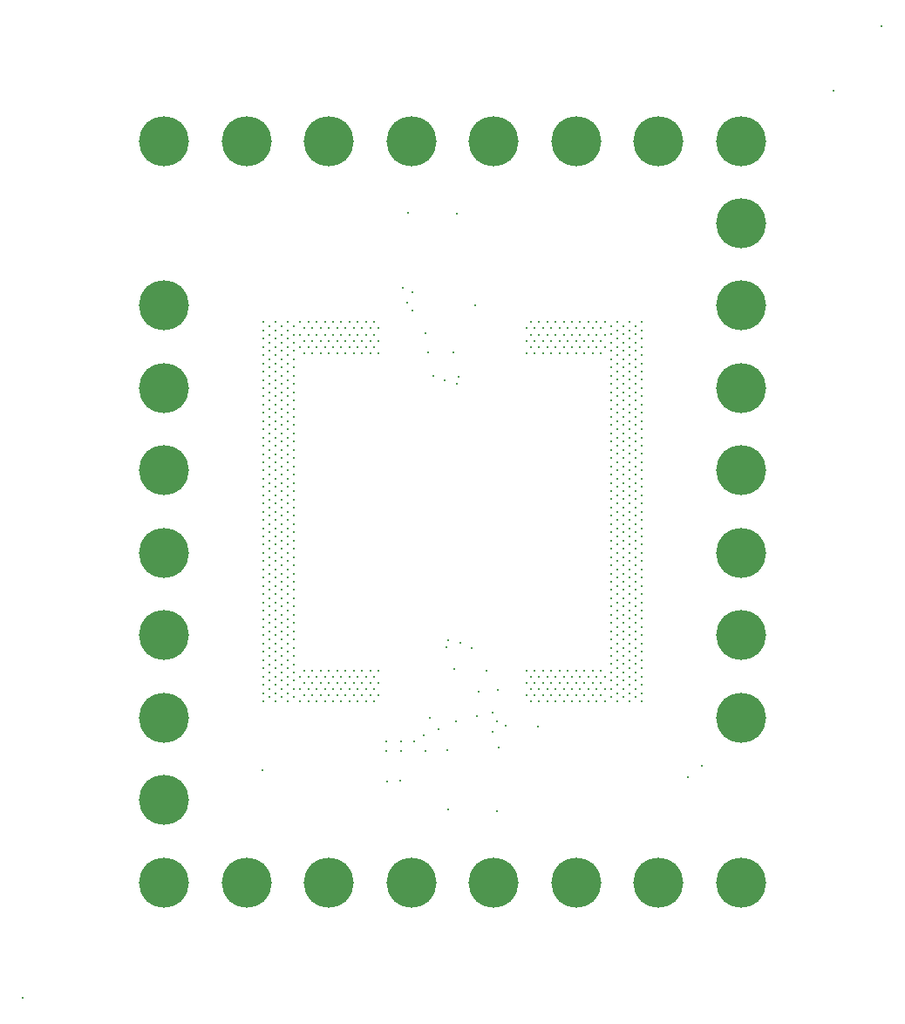
<source format=gbr>
%TF.GenerationSoftware,Altium Limited,Altium Designer,23.9.2 (47)*%
G04 Layer_Color=0*
%FSLAX25Y25*%
%MOIN*%
%TF.SameCoordinates,C1B3935E-4126-4279-B8D9-91AEC20F268D*%
%TF.FilePolarity,Positive*%
%TF.FileFunction,Plated,1,2,PTH,Drill*%
%TF.Part,Single*%
G01*
G75*
%TA.AperFunction,ComponentDrill*%
%ADD71C,0.19095*%
%ADD72C,0.19095*%
%TA.AperFunction,ViaDrill,NotFilled*%
%ADD73C,0.01181*%
D71*
X-90551Y98425D02*
D03*
X129921Y-59055D02*
D03*
X-90551Y161417D02*
D03*
X129921Y129921D02*
D03*
Y35433D02*
D03*
Y3937D02*
D03*
Y-27559D02*
D03*
Y98425D02*
D03*
Y66929D02*
D03*
X-90551Y-122047D02*
D03*
Y-90551D02*
D03*
Y-59055D02*
D03*
Y-27559D02*
D03*
Y3937D02*
D03*
Y35433D02*
D03*
Y66929D02*
D03*
D72*
X129921Y-122047D02*
D03*
X35433D02*
D03*
X3937D02*
D03*
X-59055D02*
D03*
X-27559D02*
D03*
X98425D02*
D03*
X66929D02*
D03*
X129921Y161417D02*
D03*
X35433D02*
D03*
X3937D02*
D03*
X-59055D02*
D03*
X-27559D02*
D03*
X98425D02*
D03*
X66929D02*
D03*
D73*
X37402Y-70472D02*
D03*
X114961Y-77559D02*
D03*
X29134Y-58268D02*
D03*
X-52756Y-52756D02*
D03*
Y-49606D02*
D03*
X-50394Y-51181D02*
D03*
X-52756Y-46457D02*
D03*
X-50394Y-48031D02*
D03*
Y-44882D02*
D03*
X-52756Y-43307D02*
D03*
Y-40157D02*
D03*
X-50394Y-41732D02*
D03*
X-52756Y-37008D02*
D03*
X-50394Y-38583D02*
D03*
Y-35433D02*
D03*
X-52756Y-33858D02*
D03*
Y-30709D02*
D03*
X-50394Y-32283D02*
D03*
X-52756Y-27559D02*
D03*
X-50394Y-29134D02*
D03*
Y-25984D02*
D03*
X-52756Y-24409D02*
D03*
Y-21260D02*
D03*
X-50394Y-22835D02*
D03*
X-52756Y-18110D02*
D03*
X-50394Y-19685D02*
D03*
Y-16535D02*
D03*
X-52756Y-14961D02*
D03*
Y-11811D02*
D03*
X-50394Y-13386D02*
D03*
X-52756Y-8661D02*
D03*
X-50394Y-10236D02*
D03*
Y-7087D02*
D03*
X-52756Y-5512D02*
D03*
Y-2362D02*
D03*
X-50394Y-3937D02*
D03*
X-52756Y787D02*
D03*
X-50394Y-787D02*
D03*
Y2362D02*
D03*
X-52756Y3937D02*
D03*
Y7087D02*
D03*
X-50394Y5512D02*
D03*
X-52756Y10236D02*
D03*
X-50394Y8661D02*
D03*
Y11811D02*
D03*
X-52756Y13386D02*
D03*
Y16535D02*
D03*
X-50394Y14961D02*
D03*
X-52756Y19685D02*
D03*
X-50394Y18110D02*
D03*
Y21260D02*
D03*
X-52756Y22835D02*
D03*
Y25984D02*
D03*
X-50394Y24409D02*
D03*
X-52756Y29134D02*
D03*
X-50394Y27559D02*
D03*
Y30709D02*
D03*
X-52756Y32283D02*
D03*
Y35433D02*
D03*
X-50394Y33858D02*
D03*
X-52756Y38583D02*
D03*
X-50394Y37008D02*
D03*
Y40157D02*
D03*
X-52756Y41732D02*
D03*
Y44882D02*
D03*
X-50394Y43307D02*
D03*
X-52756Y48031D02*
D03*
X-50394Y46457D02*
D03*
Y49606D02*
D03*
X-52756Y51181D02*
D03*
Y54331D02*
D03*
X-50394Y52756D02*
D03*
X-52756Y57480D02*
D03*
X-50394Y55905D02*
D03*
Y59055D02*
D03*
X-52756Y60630D02*
D03*
Y63779D02*
D03*
X-50394Y62205D02*
D03*
X-52756Y66929D02*
D03*
X-50394Y65354D02*
D03*
Y68504D02*
D03*
X-52756Y70079D02*
D03*
Y73228D02*
D03*
X-50394Y71653D02*
D03*
X-52756Y76378D02*
D03*
X-50394Y74803D02*
D03*
Y77953D02*
D03*
X-52756Y79527D02*
D03*
Y82677D02*
D03*
X-50394Y81102D02*
D03*
X-52756Y85827D02*
D03*
X-50394Y84252D02*
D03*
Y87402D02*
D03*
X-52756Y88976D02*
D03*
Y92126D02*
D03*
X-50394Y90551D02*
D03*
X-48031Y-52756D02*
D03*
Y-49606D02*
D03*
X-45669Y-51181D02*
D03*
X-48031Y-46457D02*
D03*
X-45669Y-48031D02*
D03*
Y-44882D02*
D03*
X-48031Y-43307D02*
D03*
Y-40157D02*
D03*
X-45669Y-41732D02*
D03*
X-48031Y-37008D02*
D03*
X-45669Y-38583D02*
D03*
Y-35433D02*
D03*
X-48031Y-33858D02*
D03*
Y-30709D02*
D03*
X-45669Y-32283D02*
D03*
X-48031Y-27559D02*
D03*
X-45669Y-29134D02*
D03*
Y-25984D02*
D03*
X-48031Y-24409D02*
D03*
Y-21260D02*
D03*
X-45669Y-22835D02*
D03*
X-48031Y-18110D02*
D03*
X-45669Y-19685D02*
D03*
Y-16535D02*
D03*
X-48031Y-14961D02*
D03*
Y-11811D02*
D03*
X-45669Y-13386D02*
D03*
X-48031Y-8661D02*
D03*
X-45669Y-10236D02*
D03*
Y-7087D02*
D03*
X-48031Y-5512D02*
D03*
Y-2362D02*
D03*
X-45669Y-3937D02*
D03*
X-48031Y787D02*
D03*
X-45669Y-787D02*
D03*
Y2362D02*
D03*
X-48031Y3937D02*
D03*
Y7087D02*
D03*
X-45669Y5512D02*
D03*
X-48031Y10236D02*
D03*
X-45669Y8661D02*
D03*
Y11811D02*
D03*
X-48031Y13386D02*
D03*
Y16535D02*
D03*
X-45669Y14961D02*
D03*
X-48031Y19685D02*
D03*
X-45669Y18110D02*
D03*
Y21260D02*
D03*
X-48031Y22835D02*
D03*
Y25984D02*
D03*
X-45669Y24409D02*
D03*
X-48031Y29134D02*
D03*
X-45669Y27559D02*
D03*
Y30709D02*
D03*
X-48031Y32283D02*
D03*
Y35433D02*
D03*
X-45669Y33858D02*
D03*
X-48031Y38583D02*
D03*
X-45669Y37008D02*
D03*
Y40157D02*
D03*
X-48031Y41732D02*
D03*
Y44882D02*
D03*
X-45669Y43307D02*
D03*
X-48031Y48031D02*
D03*
X-45669Y46457D02*
D03*
Y49606D02*
D03*
X-48031Y51181D02*
D03*
Y54331D02*
D03*
X-45669Y52756D02*
D03*
X-48031Y57480D02*
D03*
X-45669Y55905D02*
D03*
Y59055D02*
D03*
X-48031Y60630D02*
D03*
Y63779D02*
D03*
X-45669Y62205D02*
D03*
X-48031Y66929D02*
D03*
X-45669Y65354D02*
D03*
Y68504D02*
D03*
X-48031Y70079D02*
D03*
Y73228D02*
D03*
X-45669Y71653D02*
D03*
X-48031Y76378D02*
D03*
X-45669Y74803D02*
D03*
Y77953D02*
D03*
X-48031Y79527D02*
D03*
Y82677D02*
D03*
X-45669Y81102D02*
D03*
X-48031Y85827D02*
D03*
X-45669Y84252D02*
D03*
Y87402D02*
D03*
X-48031Y88976D02*
D03*
Y92126D02*
D03*
X-45669Y90551D02*
D03*
X-43307Y-52756D02*
D03*
Y-49606D02*
D03*
X-40945Y-51181D02*
D03*
X-43307Y-46457D02*
D03*
X-40945Y-48031D02*
D03*
Y-44882D02*
D03*
X-43307Y-43307D02*
D03*
Y-40157D02*
D03*
X-40945Y-41732D02*
D03*
X-43307Y-37008D02*
D03*
X-40945Y-38583D02*
D03*
Y-35433D02*
D03*
X-43307Y-33858D02*
D03*
Y-30709D02*
D03*
X-40945Y-32283D02*
D03*
X-43307Y-27559D02*
D03*
X-40945Y-29134D02*
D03*
Y-25984D02*
D03*
X-43307Y-24409D02*
D03*
Y-21260D02*
D03*
X-40945Y-22835D02*
D03*
X-43307Y-18110D02*
D03*
X-40945Y-19685D02*
D03*
Y-16535D02*
D03*
X-43307Y-14961D02*
D03*
Y-11811D02*
D03*
X-40945Y-13386D02*
D03*
X-43307Y-8661D02*
D03*
X-40945Y-10236D02*
D03*
Y-7087D02*
D03*
X-43307Y-5512D02*
D03*
Y-2362D02*
D03*
X-40945Y-3937D02*
D03*
X-43307Y787D02*
D03*
X-40945Y-787D02*
D03*
Y2362D02*
D03*
X-43307Y3937D02*
D03*
Y7087D02*
D03*
X-40945Y5512D02*
D03*
X-43307Y10236D02*
D03*
X-40945Y8661D02*
D03*
Y11811D02*
D03*
X-43307Y13386D02*
D03*
Y16535D02*
D03*
X-40945Y14961D02*
D03*
X-43307Y19685D02*
D03*
X-40945Y18110D02*
D03*
Y21260D02*
D03*
X-43307Y22835D02*
D03*
Y25984D02*
D03*
X-40945Y24409D02*
D03*
X-43307Y29134D02*
D03*
X-40945Y27559D02*
D03*
Y30709D02*
D03*
X-43307Y32283D02*
D03*
Y35433D02*
D03*
X-40945Y33858D02*
D03*
X-43307Y38583D02*
D03*
X-40945Y37008D02*
D03*
Y40157D02*
D03*
X-43307Y41732D02*
D03*
Y44882D02*
D03*
X-40945Y43307D02*
D03*
X-43307Y48031D02*
D03*
X-40945Y46457D02*
D03*
Y49606D02*
D03*
X-43307Y51181D02*
D03*
Y54331D02*
D03*
X-40945Y52756D02*
D03*
X-43307Y57480D02*
D03*
X-40945Y55905D02*
D03*
Y59055D02*
D03*
X-43307Y60630D02*
D03*
Y63779D02*
D03*
X-40945Y62205D02*
D03*
X-43307Y66929D02*
D03*
X-40945Y65354D02*
D03*
Y68504D02*
D03*
X-43307Y70079D02*
D03*
Y73228D02*
D03*
X-40945Y71653D02*
D03*
X-43307Y76378D02*
D03*
X-40945Y74803D02*
D03*
Y77953D02*
D03*
X-43307Y79527D02*
D03*
Y82677D02*
D03*
X-40945Y81102D02*
D03*
X-43307Y85827D02*
D03*
X-40945Y84252D02*
D03*
Y87402D02*
D03*
X-43307Y88976D02*
D03*
Y92126D02*
D03*
X-40945Y90551D02*
D03*
X92174Y92148D02*
D03*
Y88998D02*
D03*
X89812Y90573D02*
D03*
X92174Y85849D02*
D03*
X89812Y87423D02*
D03*
Y84274D02*
D03*
X92174Y82699D02*
D03*
Y79549D02*
D03*
X89812Y81124D02*
D03*
X92174Y76400D02*
D03*
X89812Y77974D02*
D03*
Y74825D02*
D03*
X92174Y73250D02*
D03*
Y70100D02*
D03*
X89812Y71675D02*
D03*
X92174Y66951D02*
D03*
X89812Y68526D02*
D03*
Y65376D02*
D03*
X92174Y63801D02*
D03*
Y60652D02*
D03*
X89812Y62226D02*
D03*
X92174Y57502D02*
D03*
X89812Y59077D02*
D03*
Y55927D02*
D03*
X92174Y54352D02*
D03*
Y51203D02*
D03*
X89812Y52778D02*
D03*
X92174Y48053D02*
D03*
X89812Y49628D02*
D03*
Y46479D02*
D03*
X92174Y44904D02*
D03*
Y41754D02*
D03*
X89812Y43329D02*
D03*
X92174Y38605D02*
D03*
X89812Y40179D02*
D03*
Y37030D02*
D03*
X92174Y35455D02*
D03*
Y32305D02*
D03*
X89812Y33880D02*
D03*
X92174Y29156D02*
D03*
X89812Y30731D02*
D03*
Y27581D02*
D03*
X92174Y26006D02*
D03*
Y22857D02*
D03*
X89812Y24431D02*
D03*
X92174Y19707D02*
D03*
X89812Y21282D02*
D03*
Y18132D02*
D03*
X92174Y16557D02*
D03*
Y13408D02*
D03*
X89812Y14982D02*
D03*
X92174Y10258D02*
D03*
X89812Y11833D02*
D03*
Y8683D02*
D03*
X92174Y7108D02*
D03*
Y3959D02*
D03*
X89812Y5534D02*
D03*
X92174Y809D02*
D03*
X89812Y2384D02*
D03*
Y-766D02*
D03*
X92174Y-2340D02*
D03*
Y-5490D02*
D03*
X89812Y-3915D02*
D03*
X92174Y-8640D02*
D03*
X89812Y-7065D02*
D03*
Y-10214D02*
D03*
X92174Y-11789D02*
D03*
Y-14939D02*
D03*
X89812Y-13364D02*
D03*
X92174Y-18088D02*
D03*
X89812Y-16514D02*
D03*
Y-19663D02*
D03*
X92174Y-21238D02*
D03*
Y-24388D02*
D03*
X89812Y-22813D02*
D03*
X92174Y-27537D02*
D03*
X89812Y-25962D02*
D03*
Y-29112D02*
D03*
X92174Y-30687D02*
D03*
Y-33836D02*
D03*
X89812Y-32262D02*
D03*
X92174Y-36986D02*
D03*
X89812Y-35411D02*
D03*
Y-38561D02*
D03*
X92174Y-40136D02*
D03*
Y-43285D02*
D03*
X89812Y-41710D02*
D03*
X92174Y-46435D02*
D03*
X89812Y-44860D02*
D03*
Y-48010D02*
D03*
X92174Y-49584D02*
D03*
Y-52734D02*
D03*
X89812Y-51159D02*
D03*
X87450Y92148D02*
D03*
Y88998D02*
D03*
X85087Y90573D02*
D03*
X87450Y85849D02*
D03*
X85087Y87423D02*
D03*
Y84274D02*
D03*
X87450Y82699D02*
D03*
Y79549D02*
D03*
X85087Y81124D02*
D03*
X87450Y76400D02*
D03*
X85087Y77974D02*
D03*
Y74825D02*
D03*
X87450Y73250D02*
D03*
Y70100D02*
D03*
X85087Y71675D02*
D03*
X87450Y66951D02*
D03*
X85087Y68526D02*
D03*
Y65376D02*
D03*
X87450Y63801D02*
D03*
Y60652D02*
D03*
X85087Y62226D02*
D03*
X87450Y57502D02*
D03*
X85087Y59077D02*
D03*
Y55927D02*
D03*
X87450Y54352D02*
D03*
Y51203D02*
D03*
X85087Y52778D02*
D03*
X87450Y48053D02*
D03*
X85087Y49628D02*
D03*
Y46479D02*
D03*
X87450Y44904D02*
D03*
Y41754D02*
D03*
X85087Y43329D02*
D03*
X87450Y38605D02*
D03*
X85087Y40179D02*
D03*
Y37030D02*
D03*
X87450Y35455D02*
D03*
Y32305D02*
D03*
X85087Y33880D02*
D03*
X87450Y29156D02*
D03*
X85087Y30731D02*
D03*
Y27581D02*
D03*
X87450Y26006D02*
D03*
Y22857D02*
D03*
X85087Y24431D02*
D03*
X87450Y19707D02*
D03*
X85087Y21282D02*
D03*
Y18132D02*
D03*
X87450Y16557D02*
D03*
Y13408D02*
D03*
X85087Y14982D02*
D03*
X87450Y10258D02*
D03*
X85087Y11833D02*
D03*
Y8683D02*
D03*
X87450Y7108D02*
D03*
Y3959D02*
D03*
X85087Y5534D02*
D03*
X87450Y809D02*
D03*
X85087Y2384D02*
D03*
Y-766D02*
D03*
X87450Y-2340D02*
D03*
Y-5490D02*
D03*
X85087Y-3915D02*
D03*
X87450Y-8640D02*
D03*
X85087Y-7065D02*
D03*
Y-10214D02*
D03*
X87450Y-11789D02*
D03*
Y-14939D02*
D03*
X85087Y-13364D02*
D03*
X87450Y-18088D02*
D03*
X85087Y-16514D02*
D03*
Y-19663D02*
D03*
X87450Y-21238D02*
D03*
Y-24388D02*
D03*
X85087Y-22813D02*
D03*
X87450Y-27537D02*
D03*
X85087Y-25962D02*
D03*
Y-29112D02*
D03*
X87450Y-30687D02*
D03*
Y-33836D02*
D03*
X85087Y-32262D02*
D03*
X87450Y-36986D02*
D03*
X85087Y-35411D02*
D03*
Y-38561D02*
D03*
X87450Y-40136D02*
D03*
Y-43285D02*
D03*
X85087Y-41710D02*
D03*
X87450Y-46435D02*
D03*
X85087Y-44860D02*
D03*
Y-48010D02*
D03*
X87450Y-49584D02*
D03*
Y-52734D02*
D03*
X85087Y-51159D02*
D03*
X82725Y92148D02*
D03*
Y88998D02*
D03*
X80363Y90573D02*
D03*
X82725Y85849D02*
D03*
X80363Y87423D02*
D03*
Y84274D02*
D03*
X82725Y82699D02*
D03*
Y79549D02*
D03*
X80363Y81124D02*
D03*
X82725Y76400D02*
D03*
X80363Y77974D02*
D03*
Y74825D02*
D03*
X82725Y73250D02*
D03*
Y70100D02*
D03*
X80363Y71675D02*
D03*
X82725Y66951D02*
D03*
X80363Y68526D02*
D03*
Y65376D02*
D03*
X82725Y63801D02*
D03*
Y60652D02*
D03*
X80363Y62226D02*
D03*
X82725Y57502D02*
D03*
X80363Y59077D02*
D03*
Y55927D02*
D03*
X82725Y54352D02*
D03*
Y51203D02*
D03*
X80363Y52778D02*
D03*
X82725Y48053D02*
D03*
X80363Y49628D02*
D03*
Y46479D02*
D03*
X82725Y44904D02*
D03*
Y41754D02*
D03*
X80363Y43329D02*
D03*
X82725Y38605D02*
D03*
X80363Y40179D02*
D03*
Y37030D02*
D03*
X82725Y35455D02*
D03*
Y32305D02*
D03*
X80363Y33880D02*
D03*
X82725Y29156D02*
D03*
X80363Y30731D02*
D03*
Y27581D02*
D03*
X82725Y26006D02*
D03*
Y22857D02*
D03*
X80363Y24431D02*
D03*
X82725Y19707D02*
D03*
X80363Y21282D02*
D03*
Y18132D02*
D03*
X82725Y16557D02*
D03*
Y13408D02*
D03*
X80363Y14982D02*
D03*
X82725Y10258D02*
D03*
X80363Y11833D02*
D03*
Y8683D02*
D03*
X82725Y7108D02*
D03*
Y3959D02*
D03*
X80363Y5534D02*
D03*
X82725Y809D02*
D03*
X80363Y2384D02*
D03*
Y-766D02*
D03*
X82725Y-2340D02*
D03*
Y-5490D02*
D03*
X80363Y-3915D02*
D03*
X82725Y-8640D02*
D03*
X80363Y-7065D02*
D03*
Y-10214D02*
D03*
X82725Y-11789D02*
D03*
Y-14939D02*
D03*
X80363Y-13364D02*
D03*
X82725Y-18088D02*
D03*
X80363Y-16514D02*
D03*
Y-19663D02*
D03*
X82725Y-21238D02*
D03*
Y-24388D02*
D03*
X80363Y-22813D02*
D03*
X82725Y-27537D02*
D03*
X80363Y-25962D02*
D03*
Y-29112D02*
D03*
X82725Y-30687D02*
D03*
Y-33836D02*
D03*
X80363Y-32262D02*
D03*
X82725Y-36986D02*
D03*
X80363Y-35411D02*
D03*
Y-38561D02*
D03*
X82725Y-40136D02*
D03*
Y-43285D02*
D03*
X80363Y-41710D02*
D03*
X82725Y-46435D02*
D03*
X80363Y-44860D02*
D03*
Y-48010D02*
D03*
X82725Y-49584D02*
D03*
Y-52734D02*
D03*
X80363Y-51159D02*
D03*
X-37008Y-40945D02*
D03*
X-38583Y-43307D02*
D03*
X-35433D02*
D03*
X-33858Y-40945D02*
D03*
X-30709D02*
D03*
X-32283Y-43307D02*
D03*
X-27559Y-40945D02*
D03*
X-29134Y-43307D02*
D03*
X-25984D02*
D03*
X-24409Y-40945D02*
D03*
X-21260D02*
D03*
X-22835Y-43307D02*
D03*
X-18110Y-40945D02*
D03*
X-19685Y-43307D02*
D03*
X-16535D02*
D03*
X-14961Y-40945D02*
D03*
X-11811D02*
D03*
X-13386Y-43307D02*
D03*
X-8661Y-40945D02*
D03*
X-10236Y-43307D02*
D03*
X48031Y-40945D02*
D03*
X49606Y-43307D02*
D03*
X51181Y-40945D02*
D03*
X54331D02*
D03*
X52756Y-43307D02*
D03*
X57480Y-40945D02*
D03*
X55905Y-43307D02*
D03*
X59055D02*
D03*
X60630Y-40945D02*
D03*
X63779D02*
D03*
X62205Y-43307D02*
D03*
X66929Y-40945D02*
D03*
X65354Y-43307D02*
D03*
X68504D02*
D03*
X70079Y-40945D02*
D03*
X73228D02*
D03*
X71653Y-43307D02*
D03*
X76378Y-40945D02*
D03*
X74803Y-43307D02*
D03*
X77953D02*
D03*
X-37008Y-45669D02*
D03*
X-38583Y-48031D02*
D03*
X-35433D02*
D03*
X-33858Y-45669D02*
D03*
X-30709D02*
D03*
X-32283Y-48031D02*
D03*
X-27559Y-45669D02*
D03*
X-29134Y-48031D02*
D03*
X-25984D02*
D03*
X-24409Y-45669D02*
D03*
X-21260D02*
D03*
X-22835Y-48031D02*
D03*
X-18110Y-45669D02*
D03*
X-19685Y-48031D02*
D03*
X-16535D02*
D03*
X-14961Y-45669D02*
D03*
X-11811D02*
D03*
X-13386Y-48031D02*
D03*
X-8661Y-45669D02*
D03*
X-10236Y-48031D02*
D03*
X48031Y-45669D02*
D03*
X49606Y-48031D02*
D03*
X51181Y-45669D02*
D03*
X54331D02*
D03*
X52756Y-48031D02*
D03*
X57480Y-45669D02*
D03*
X55905Y-48031D02*
D03*
X59055D02*
D03*
X60630Y-45669D02*
D03*
X63779D02*
D03*
X62205Y-48031D02*
D03*
X66929Y-45669D02*
D03*
X65354Y-48031D02*
D03*
X68504D02*
D03*
X70079Y-45669D02*
D03*
X73228D02*
D03*
X71653Y-48031D02*
D03*
X76378Y-45669D02*
D03*
X74803Y-48031D02*
D03*
X77953D02*
D03*
X-37008Y-50394D02*
D03*
X-38583Y-52756D02*
D03*
X-35433D02*
D03*
X-33858Y-50394D02*
D03*
X-30709D02*
D03*
X-32283Y-52756D02*
D03*
X-27559Y-50394D02*
D03*
X-29134Y-52756D02*
D03*
X-25984D02*
D03*
X-24409Y-50394D02*
D03*
X-21260D02*
D03*
X-22835Y-52756D02*
D03*
X-18110Y-50394D02*
D03*
X-19685Y-52756D02*
D03*
X-16535D02*
D03*
X-14961Y-50394D02*
D03*
X-11811D02*
D03*
X-13386Y-52756D02*
D03*
X-8661Y-50394D02*
D03*
X-10236Y-52756D02*
D03*
X48031Y-50394D02*
D03*
X49606Y-52756D02*
D03*
X51181Y-50394D02*
D03*
X54331D02*
D03*
X52756Y-52756D02*
D03*
X57480Y-50394D02*
D03*
X55905Y-52756D02*
D03*
X59055D02*
D03*
X60630Y-50394D02*
D03*
X63779D02*
D03*
X62205Y-52756D02*
D03*
X66929Y-50394D02*
D03*
X65354Y-52756D02*
D03*
X68504D02*
D03*
X70079Y-50394D02*
D03*
X73228D02*
D03*
X71653Y-52756D02*
D03*
X76378Y-50394D02*
D03*
X74803Y-52756D02*
D03*
X77953D02*
D03*
X76378Y80315D02*
D03*
X77953Y82677D02*
D03*
X74803D02*
D03*
X73228Y80315D02*
D03*
X70079D02*
D03*
X71653Y82677D02*
D03*
X66929Y80315D02*
D03*
X68504Y82677D02*
D03*
X65354D02*
D03*
X63779Y80315D02*
D03*
X60630D02*
D03*
X62205Y82677D02*
D03*
X57480Y80315D02*
D03*
X59055Y82677D02*
D03*
X55905D02*
D03*
X54331Y80315D02*
D03*
X51181D02*
D03*
X52756Y82677D02*
D03*
X48031Y80315D02*
D03*
X49606Y82677D02*
D03*
X-8661Y80315D02*
D03*
X-10236Y82677D02*
D03*
X-11811Y80315D02*
D03*
X-14961D02*
D03*
X-13386Y82677D02*
D03*
X-18110Y80315D02*
D03*
X-16535Y82677D02*
D03*
X-19685D02*
D03*
X-21260Y80315D02*
D03*
X-24409D02*
D03*
X-22835Y82677D02*
D03*
X-27559Y80315D02*
D03*
X-25984Y82677D02*
D03*
X-29134D02*
D03*
X-30709Y80315D02*
D03*
X-33858D02*
D03*
X-32283Y82677D02*
D03*
X-37008Y80315D02*
D03*
X-35433Y82677D02*
D03*
X-38583D02*
D03*
X76378Y85039D02*
D03*
X77953Y87402D02*
D03*
X74803D02*
D03*
X73228Y85039D02*
D03*
X70079D02*
D03*
X71653Y87402D02*
D03*
X66929Y85039D02*
D03*
X68504Y87402D02*
D03*
X65354D02*
D03*
X63779Y85039D02*
D03*
X60630D02*
D03*
X62205Y87402D02*
D03*
X57480Y85039D02*
D03*
X59055Y87402D02*
D03*
X55905D02*
D03*
X54331Y85039D02*
D03*
X51181D02*
D03*
X52756Y87402D02*
D03*
X48031Y85039D02*
D03*
X49606Y87402D02*
D03*
X-8661Y85039D02*
D03*
X-10236Y87402D02*
D03*
X-11811Y85039D02*
D03*
X-14961D02*
D03*
X-13386Y87402D02*
D03*
X-18110Y85039D02*
D03*
X-16535Y87402D02*
D03*
X-19685D02*
D03*
X-21260Y85039D02*
D03*
X-24409D02*
D03*
X-22835Y87402D02*
D03*
X-27559Y85039D02*
D03*
X-25984Y87402D02*
D03*
X-29134D02*
D03*
X-30709Y85039D02*
D03*
X-33858D02*
D03*
X-32283Y87402D02*
D03*
X-37008Y85039D02*
D03*
X-35433Y87402D02*
D03*
X-38583D02*
D03*
X76378Y89764D02*
D03*
X77953Y92126D02*
D03*
X74803D02*
D03*
X73228Y89764D02*
D03*
X70079D02*
D03*
X71653Y92126D02*
D03*
X66929Y89764D02*
D03*
X68504Y92126D02*
D03*
X65354D02*
D03*
X63779Y89764D02*
D03*
X60630D02*
D03*
X62205Y92126D02*
D03*
X57480Y89764D02*
D03*
X59055Y92126D02*
D03*
X55905D02*
D03*
X54331Y89764D02*
D03*
X51181D02*
D03*
X52756Y92126D02*
D03*
X48031Y89764D02*
D03*
X49606Y92126D02*
D03*
X-8661Y89764D02*
D03*
X-10236Y92126D02*
D03*
X-11811Y89764D02*
D03*
X-14961D02*
D03*
X-13386Y92126D02*
D03*
X-18110Y89764D02*
D03*
X-16535Y92126D02*
D03*
X-19685D02*
D03*
X-21260Y89764D02*
D03*
X-24409D02*
D03*
X-22835Y92126D02*
D03*
X-27559Y89764D02*
D03*
X-25984Y92126D02*
D03*
X-29134D02*
D03*
X-30709Y89764D02*
D03*
X-33858D02*
D03*
X-32283Y92126D02*
D03*
X-37008Y89764D02*
D03*
X-35433Y92126D02*
D03*
X-38583D02*
D03*
X-144489Y-166170D02*
D03*
X16553Y69788D02*
D03*
X4331Y103543D02*
D03*
X787Y105118D02*
D03*
X2362Y99606D02*
D03*
X9449Y87795D02*
D03*
X12205Y71653D02*
D03*
X10236Y80709D02*
D03*
X28346Y98425D02*
D03*
X2756Y133858D02*
D03*
X21260Y133465D02*
D03*
X22047Y71260D02*
D03*
X4331Y96457D02*
D03*
X21243Y68693D02*
D03*
X20079Y80709D02*
D03*
X183762Y205395D02*
D03*
X18031Y-29468D02*
D03*
X34943Y-57231D02*
D03*
X17226Y-32034D02*
D03*
X18013Y-94239D02*
D03*
X36517Y-94633D02*
D03*
X10927Y-59199D02*
D03*
X37008Y-48425D02*
D03*
X22721Y-30563D02*
D03*
X20276Y-40354D02*
D03*
X40039Y-61955D02*
D03*
X52362Y-62500D02*
D03*
X27069Y-32428D02*
D03*
X32677Y-41043D02*
D03*
X36831Y-60313D02*
D03*
X29626Y-49213D02*
D03*
X-5512Y-71653D02*
D03*
X-98D02*
D03*
X17520Y-71260D02*
D03*
X9252Y-71850D02*
D03*
X-5610Y-68110D02*
D03*
X98D02*
D03*
X4921Y-68209D02*
D03*
X8760Y-65748D02*
D03*
X21063Y-60532D02*
D03*
X14272Y-63287D02*
D03*
X-394Y-83169D02*
D03*
X-5217Y-83268D02*
D03*
X-53150Y-79035D02*
D03*
X109744Y-81890D02*
D03*
X165453Y180709D02*
D03*
X34943Y-64318D02*
D03*
%TF.MD5,874079b97d0bb39a155c2e728ec53fbf*%
M02*

</source>
